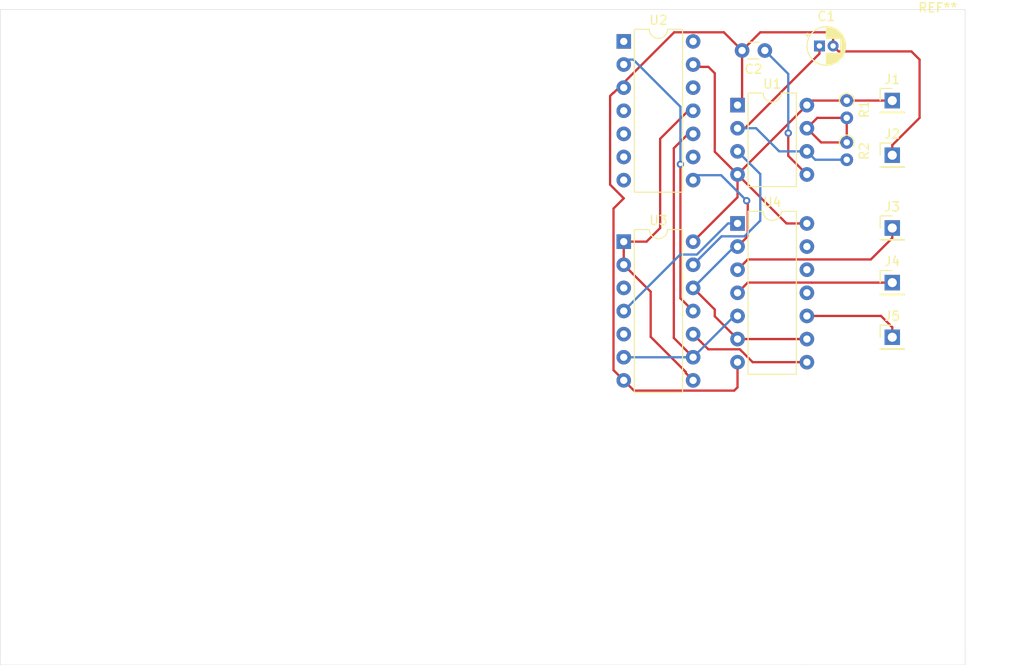
<source format=kicad_pcb>
(kicad_pcb (version 20171130) (host pcbnew 5.1.2)

  (general
    (thickness 1.6)
    (drawings 6)
    (tracks 126)
    (zones 0)
    (modules 14)
    (nets 17)
  )

  (page A4)
  (layers
    (0 F.Cu signal)
    (31 B.Cu signal hide)
    (32 B.Adhes user)
    (33 F.Adhes user)
    (34 B.Paste user)
    (35 F.Paste user)
    (36 B.SilkS user)
    (37 F.SilkS user)
    (38 B.Mask user)
    (39 F.Mask user)
    (40 Dwgs.User user)
    (41 Cmts.User user)
    (42 Eco1.User user)
    (43 Eco2.User user)
    (44 Edge.Cuts user)
    (45 Margin user)
    (46 B.CrtYd user)
    (47 F.CrtYd user)
    (48 B.Fab user)
    (49 F.Fab user)
  )

  (setup
    (last_trace_width 0.25)
    (trace_clearance 0.2)
    (zone_clearance 0.508)
    (zone_45_only no)
    (trace_min 0.2)
    (via_size 0.8)
    (via_drill 0.4)
    (via_min_size 0.4)
    (via_min_drill 0.3)
    (uvia_size 0.3)
    (uvia_drill 0.1)
    (uvias_allowed no)
    (uvia_min_size 0.2)
    (uvia_min_drill 0.1)
    (edge_width 0.05)
    (segment_width 0.2)
    (pcb_text_width 0.3)
    (pcb_text_size 1.5 1.5)
    (mod_edge_width 0.12)
    (mod_text_size 1 1)
    (mod_text_width 0.15)
    (pad_size 1.524 1.524)
    (pad_drill 0.762)
    (pad_to_mask_clearance 0.051)
    (solder_mask_min_width 0.25)
    (aux_axis_origin 0 0)
    (visible_elements FFFFFF7F)
    (pcbplotparams
      (layerselection 0x010fc_ffffffff)
      (usegerberextensions false)
      (usegerberattributes false)
      (usegerberadvancedattributes false)
      (creategerberjobfile false)
      (excludeedgelayer true)
      (linewidth 0.100000)
      (plotframeref false)
      (viasonmask false)
      (mode 1)
      (useauxorigin false)
      (hpglpennumber 1)
      (hpglpenspeed 20)
      (hpglpendiameter 15.000000)
      (psnegative false)
      (psa4output false)
      (plotreference true)
      (plotvalue true)
      (plotinvisibletext false)
      (padsonsilk false)
      (subtractmaskfromsilk false)
      (outputformat 1)
      (mirror false)
      (drillshape 1)
      (scaleselection 1)
      (outputdirectory ""))
  )

  (net 0 "")
  (net 1 GND)
  (net 2 "Net-(C1-Pad1)")
  (net 3 "Net-(C2-Pad1)")
  (net 4 +12V)
  (net 5 /MuxDecoder/A)
  (net 6 /MuxDecoder/B)
  (net 7 /MuxDecoder/C)
  (net 8 "Net-(R1-Pad2)")
  (net 9 /ClockProvider01/Clk)
  (net 10 /7BitCounter/Q0)
  (net 11 /7BitCounter/Q1)
  (net 12 /7BitCounter/Q2)
  (net 13 /MuxDecoder/ClkOut)
  (net 14 "Net-(U3-Pad3)")
  (net 15 "Net-(U3-Pad4)")
  (net 16 "Net-(U3-Pad10)")

  (net_class Default "This is the default net class."
    (clearance 0.2)
    (trace_width 0.25)
    (via_dia 0.8)
    (via_drill 0.4)
    (uvia_dia 0.3)
    (uvia_drill 0.1)
    (add_net +12V)
    (add_net /7BitCounter/Q0)
    (add_net /7BitCounter/Q1)
    (add_net /7BitCounter/Q2)
    (add_net /ClockProvider01/Clk)
    (add_net /MuxDecoder/A)
    (add_net /MuxDecoder/B)
    (add_net /MuxDecoder/C)
    (add_net /MuxDecoder/ClkOut)
    (add_net GND)
    (add_net "Net-(C1-Pad1)")
    (add_net "Net-(C2-Pad1)")
    (add_net "Net-(R1-Pad2)")
    (add_net "Net-(U3-Pad10)")
    (add_net "Net-(U3-Pad3)")
    (add_net "Net-(U3-Pad4)")
  )

  (module MountingHole:MountingHole_2.2mm_M2 (layer F.Cu) (tedit 56D1B4CB) (tstamp 5D135901)
    (at 243 62)
    (descr "Mounting Hole 2.2mm, no annular, M2")
    (tags "mounting hole 2.2mm no annular m2")
    (attr virtual)
    (fp_text reference REF** (at 0 -3.2) (layer F.SilkS)
      (effects (font (size 1 1) (thickness 0.15)))
    )
    (fp_text value MountingHole_2.2mm_M2 (at 0 3.2) (layer F.Fab)
      (effects (font (size 1 1) (thickness 0.15)))
    )
    (fp_circle (center 0 0) (end 2.45 0) (layer F.CrtYd) (width 0.05))
    (fp_circle (center 0 0) (end 2.2 0) (layer Cmts.User) (width 0.15))
    (fp_text user %R (at 0.3 0) (layer F.Fab)
      (effects (font (size 1 1) (thickness 0.15)))
    )
    (pad 1 np_thru_hole circle (at 0 0) (size 2.2 2.2) (drill 2.2) (layers *.Cu *.Mask))
  )

  (module Capacitor_THT:CP_Radial_D4.0mm_P1.50mm (layer F.Cu) (tedit 5AE50EF0) (tstamp 5D1303B0)
    (at 230 63)
    (descr "CP, Radial series, Radial, pin pitch=1.50mm, , diameter=4mm, Electrolytic Capacitor")
    (tags "CP Radial series Radial pin pitch 1.50mm  diameter 4mm Electrolytic Capacitor")
    (path /5D1172DE/5D11ED82)
    (fp_text reference C1 (at 0.75 -3.25) (layer F.SilkS)
      (effects (font (size 1 1) (thickness 0.15)))
    )
    (fp_text value 47uF (at 0.75 3.25) (layer F.Fab)
      (effects (font (size 1 1) (thickness 0.15)))
    )
    (fp_text user %R (at 0.75 0 180) (layer F.Fab)
      (effects (font (size 0.8 0.8) (thickness 0.12)))
    )
    (fp_line (start -1.319801 -1.395) (end -1.319801 -0.995) (layer F.SilkS) (width 0.12))
    (fp_line (start -1.519801 -1.195) (end -1.119801 -1.195) (layer F.SilkS) (width 0.12))
    (fp_line (start 2.831 -0.37) (end 2.831 0.37) (layer F.SilkS) (width 0.12))
    (fp_line (start 2.791 -0.537) (end 2.791 0.537) (layer F.SilkS) (width 0.12))
    (fp_line (start 2.751 -0.664) (end 2.751 0.664) (layer F.SilkS) (width 0.12))
    (fp_line (start 2.711 -0.768) (end 2.711 0.768) (layer F.SilkS) (width 0.12))
    (fp_line (start 2.671 -0.859) (end 2.671 0.859) (layer F.SilkS) (width 0.12))
    (fp_line (start 2.631 -0.94) (end 2.631 0.94) (layer F.SilkS) (width 0.12))
    (fp_line (start 2.591 -1.013) (end 2.591 1.013) (layer F.SilkS) (width 0.12))
    (fp_line (start 2.551 -1.08) (end 2.551 1.08) (layer F.SilkS) (width 0.12))
    (fp_line (start 2.511 -1.142) (end 2.511 1.142) (layer F.SilkS) (width 0.12))
    (fp_line (start 2.471 -1.2) (end 2.471 1.2) (layer F.SilkS) (width 0.12))
    (fp_line (start 2.431 -1.254) (end 2.431 1.254) (layer F.SilkS) (width 0.12))
    (fp_line (start 2.391 -1.304) (end 2.391 1.304) (layer F.SilkS) (width 0.12))
    (fp_line (start 2.351 -1.351) (end 2.351 1.351) (layer F.SilkS) (width 0.12))
    (fp_line (start 2.311 0.84) (end 2.311 1.396) (layer F.SilkS) (width 0.12))
    (fp_line (start 2.311 -1.396) (end 2.311 -0.84) (layer F.SilkS) (width 0.12))
    (fp_line (start 2.271 0.84) (end 2.271 1.438) (layer F.SilkS) (width 0.12))
    (fp_line (start 2.271 -1.438) (end 2.271 -0.84) (layer F.SilkS) (width 0.12))
    (fp_line (start 2.231 0.84) (end 2.231 1.478) (layer F.SilkS) (width 0.12))
    (fp_line (start 2.231 -1.478) (end 2.231 -0.84) (layer F.SilkS) (width 0.12))
    (fp_line (start 2.191 0.84) (end 2.191 1.516) (layer F.SilkS) (width 0.12))
    (fp_line (start 2.191 -1.516) (end 2.191 -0.84) (layer F.SilkS) (width 0.12))
    (fp_line (start 2.151 0.84) (end 2.151 1.552) (layer F.SilkS) (width 0.12))
    (fp_line (start 2.151 -1.552) (end 2.151 -0.84) (layer F.SilkS) (width 0.12))
    (fp_line (start 2.111 0.84) (end 2.111 1.587) (layer F.SilkS) (width 0.12))
    (fp_line (start 2.111 -1.587) (end 2.111 -0.84) (layer F.SilkS) (width 0.12))
    (fp_line (start 2.071 0.84) (end 2.071 1.619) (layer F.SilkS) (width 0.12))
    (fp_line (start 2.071 -1.619) (end 2.071 -0.84) (layer F.SilkS) (width 0.12))
    (fp_line (start 2.031 0.84) (end 2.031 1.65) (layer F.SilkS) (width 0.12))
    (fp_line (start 2.031 -1.65) (end 2.031 -0.84) (layer F.SilkS) (width 0.12))
    (fp_line (start 1.991 0.84) (end 1.991 1.68) (layer F.SilkS) (width 0.12))
    (fp_line (start 1.991 -1.68) (end 1.991 -0.84) (layer F.SilkS) (width 0.12))
    (fp_line (start 1.951 0.84) (end 1.951 1.708) (layer F.SilkS) (width 0.12))
    (fp_line (start 1.951 -1.708) (end 1.951 -0.84) (layer F.SilkS) (width 0.12))
    (fp_line (start 1.911 0.84) (end 1.911 1.735) (layer F.SilkS) (width 0.12))
    (fp_line (start 1.911 -1.735) (end 1.911 -0.84) (layer F.SilkS) (width 0.12))
    (fp_line (start 1.871 0.84) (end 1.871 1.76) (layer F.SilkS) (width 0.12))
    (fp_line (start 1.871 -1.76) (end 1.871 -0.84) (layer F.SilkS) (width 0.12))
    (fp_line (start 1.831 0.84) (end 1.831 1.785) (layer F.SilkS) (width 0.12))
    (fp_line (start 1.831 -1.785) (end 1.831 -0.84) (layer F.SilkS) (width 0.12))
    (fp_line (start 1.791 0.84) (end 1.791 1.808) (layer F.SilkS) (width 0.12))
    (fp_line (start 1.791 -1.808) (end 1.791 -0.84) (layer F.SilkS) (width 0.12))
    (fp_line (start 1.751 0.84) (end 1.751 1.83) (layer F.SilkS) (width 0.12))
    (fp_line (start 1.751 -1.83) (end 1.751 -0.84) (layer F.SilkS) (width 0.12))
    (fp_line (start 1.711 0.84) (end 1.711 1.851) (layer F.SilkS) (width 0.12))
    (fp_line (start 1.711 -1.851) (end 1.711 -0.84) (layer F.SilkS) (width 0.12))
    (fp_line (start 1.671 0.84) (end 1.671 1.87) (layer F.SilkS) (width 0.12))
    (fp_line (start 1.671 -1.87) (end 1.671 -0.84) (layer F.SilkS) (width 0.12))
    (fp_line (start 1.631 0.84) (end 1.631 1.889) (layer F.SilkS) (width 0.12))
    (fp_line (start 1.631 -1.889) (end 1.631 -0.84) (layer F.SilkS) (width 0.12))
    (fp_line (start 1.591 0.84) (end 1.591 1.907) (layer F.SilkS) (width 0.12))
    (fp_line (start 1.591 -1.907) (end 1.591 -0.84) (layer F.SilkS) (width 0.12))
    (fp_line (start 1.551 0.84) (end 1.551 1.924) (layer F.SilkS) (width 0.12))
    (fp_line (start 1.551 -1.924) (end 1.551 -0.84) (layer F.SilkS) (width 0.12))
    (fp_line (start 1.511 0.84) (end 1.511 1.94) (layer F.SilkS) (width 0.12))
    (fp_line (start 1.511 -1.94) (end 1.511 -0.84) (layer F.SilkS) (width 0.12))
    (fp_line (start 1.471 0.84) (end 1.471 1.954) (layer F.SilkS) (width 0.12))
    (fp_line (start 1.471 -1.954) (end 1.471 -0.84) (layer F.SilkS) (width 0.12))
    (fp_line (start 1.43 0.84) (end 1.43 1.968) (layer F.SilkS) (width 0.12))
    (fp_line (start 1.43 -1.968) (end 1.43 -0.84) (layer F.SilkS) (width 0.12))
    (fp_line (start 1.39 0.84) (end 1.39 1.982) (layer F.SilkS) (width 0.12))
    (fp_line (start 1.39 -1.982) (end 1.39 -0.84) (layer F.SilkS) (width 0.12))
    (fp_line (start 1.35 0.84) (end 1.35 1.994) (layer F.SilkS) (width 0.12))
    (fp_line (start 1.35 -1.994) (end 1.35 -0.84) (layer F.SilkS) (width 0.12))
    (fp_line (start 1.31 0.84) (end 1.31 2.005) (layer F.SilkS) (width 0.12))
    (fp_line (start 1.31 -2.005) (end 1.31 -0.84) (layer F.SilkS) (width 0.12))
    (fp_line (start 1.27 0.84) (end 1.27 2.016) (layer F.SilkS) (width 0.12))
    (fp_line (start 1.27 -2.016) (end 1.27 -0.84) (layer F.SilkS) (width 0.12))
    (fp_line (start 1.23 0.84) (end 1.23 2.025) (layer F.SilkS) (width 0.12))
    (fp_line (start 1.23 -2.025) (end 1.23 -0.84) (layer F.SilkS) (width 0.12))
    (fp_line (start 1.19 0.84) (end 1.19 2.034) (layer F.SilkS) (width 0.12))
    (fp_line (start 1.19 -2.034) (end 1.19 -0.84) (layer F.SilkS) (width 0.12))
    (fp_line (start 1.15 0.84) (end 1.15 2.042) (layer F.SilkS) (width 0.12))
    (fp_line (start 1.15 -2.042) (end 1.15 -0.84) (layer F.SilkS) (width 0.12))
    (fp_line (start 1.11 0.84) (end 1.11 2.05) (layer F.SilkS) (width 0.12))
    (fp_line (start 1.11 -2.05) (end 1.11 -0.84) (layer F.SilkS) (width 0.12))
    (fp_line (start 1.07 0.84) (end 1.07 2.056) (layer F.SilkS) (width 0.12))
    (fp_line (start 1.07 -2.056) (end 1.07 -0.84) (layer F.SilkS) (width 0.12))
    (fp_line (start 1.03 0.84) (end 1.03 2.062) (layer F.SilkS) (width 0.12))
    (fp_line (start 1.03 -2.062) (end 1.03 -0.84) (layer F.SilkS) (width 0.12))
    (fp_line (start 0.99 0.84) (end 0.99 2.067) (layer F.SilkS) (width 0.12))
    (fp_line (start 0.99 -2.067) (end 0.99 -0.84) (layer F.SilkS) (width 0.12))
    (fp_line (start 0.95 0.84) (end 0.95 2.071) (layer F.SilkS) (width 0.12))
    (fp_line (start 0.95 -2.071) (end 0.95 -0.84) (layer F.SilkS) (width 0.12))
    (fp_line (start 0.91 0.84) (end 0.91 2.074) (layer F.SilkS) (width 0.12))
    (fp_line (start 0.91 -2.074) (end 0.91 -0.84) (layer F.SilkS) (width 0.12))
    (fp_line (start 0.87 0.84) (end 0.87 2.077) (layer F.SilkS) (width 0.12))
    (fp_line (start 0.87 -2.077) (end 0.87 -0.84) (layer F.SilkS) (width 0.12))
    (fp_line (start 0.83 -2.079) (end 0.83 -0.84) (layer F.SilkS) (width 0.12))
    (fp_line (start 0.83 0.84) (end 0.83 2.079) (layer F.SilkS) (width 0.12))
    (fp_line (start 0.79 -2.08) (end 0.79 -0.84) (layer F.SilkS) (width 0.12))
    (fp_line (start 0.79 0.84) (end 0.79 2.08) (layer F.SilkS) (width 0.12))
    (fp_line (start 0.75 -2.08) (end 0.75 -0.84) (layer F.SilkS) (width 0.12))
    (fp_line (start 0.75 0.84) (end 0.75 2.08) (layer F.SilkS) (width 0.12))
    (fp_line (start -0.752554 -1.0675) (end -0.752554 -0.6675) (layer F.Fab) (width 0.1))
    (fp_line (start -0.952554 -0.8675) (end -0.552554 -0.8675) (layer F.Fab) (width 0.1))
    (fp_circle (center 0.75 0) (end 3 0) (layer F.CrtYd) (width 0.05))
    (fp_circle (center 0.75 0) (end 2.87 0) (layer F.SilkS) (width 0.12))
    (fp_circle (center 0.75 0) (end 2.75 0) (layer F.Fab) (width 0.1))
    (pad 2 thru_hole circle (at 1.5 0) (size 1.2 1.2) (drill 0.6) (layers *.Cu *.Mask)
      (net 1 GND))
    (pad 1 thru_hole rect (at 0 0) (size 1.2 1.2) (drill 0.6) (layers *.Cu *.Mask)
      (net 2 "Net-(C1-Pad1)"))
    (model ${KISYS3DMOD}/Capacitor_THT.3dshapes/CP_Radial_D4.0mm_P1.50mm.wrl
      (at (xyz 0 0 0))
      (scale (xyz 1 1 1))
      (rotate (xyz 0 0 0))
    )
  )

  (module Capacitor_THT:C_Disc_D3.0mm_W1.6mm_P2.50mm (layer F.Cu) (tedit 5AE50EF0) (tstamp 5D132BF1)
    (at 224 63.5 180)
    (descr "C, Disc series, Radial, pin pitch=2.50mm, , diameter*width=3.0*1.6mm^2, Capacitor, http://www.vishay.com/docs/45233/krseries.pdf")
    (tags "C Disc series Radial pin pitch 2.50mm  diameter 3.0mm width 1.6mm Capacitor")
    (path /5D1172DE/5D123DF6)
    (fp_text reference C2 (at 1.25 -2.05 180) (layer F.SilkS)
      (effects (font (size 1 1) (thickness 0.15)))
    )
    (fp_text value 10nf (at 1.25 2.05) (layer F.Fab)
      (effects (font (size 1 1) (thickness 0.15)))
    )
    (fp_text user %R (at 1.25 0) (layer F.Fab)
      (effects (font (size 0.6 0.6) (thickness 0.09)))
    )
    (fp_line (start 3.55 -1.05) (end -1.05 -1.05) (layer F.CrtYd) (width 0.05))
    (fp_line (start 3.55 1.05) (end 3.55 -1.05) (layer F.CrtYd) (width 0.05))
    (fp_line (start -1.05 1.05) (end 3.55 1.05) (layer F.CrtYd) (width 0.05))
    (fp_line (start -1.05 -1.05) (end -1.05 1.05) (layer F.CrtYd) (width 0.05))
    (fp_line (start 0.621 0.92) (end 1.879 0.92) (layer F.SilkS) (width 0.12))
    (fp_line (start 0.621 -0.92) (end 1.879 -0.92) (layer F.SilkS) (width 0.12))
    (fp_line (start 2.75 -0.8) (end -0.25 -0.8) (layer F.Fab) (width 0.1))
    (fp_line (start 2.75 0.8) (end 2.75 -0.8) (layer F.Fab) (width 0.1))
    (fp_line (start -0.25 0.8) (end 2.75 0.8) (layer F.Fab) (width 0.1))
    (fp_line (start -0.25 -0.8) (end -0.25 0.8) (layer F.Fab) (width 0.1))
    (pad 2 thru_hole circle (at 2.5 0 180) (size 1.6 1.6) (drill 0.8) (layers *.Cu *.Mask)
      (net 1 GND))
    (pad 1 thru_hole circle (at 0 0 180) (size 1.6 1.6) (drill 0.8) (layers *.Cu *.Mask)
      (net 3 "Net-(C2-Pad1)"))
    (model ${KISYS3DMOD}/Capacitor_THT.3dshapes/C_Disc_D3.0mm_W1.6mm_P2.50mm.wrl
      (at (xyz 0 0 0))
      (scale (xyz 1 1 1))
      (rotate (xyz 0 0 0))
    )
  )

  (module Package_DIP:DIP-14_W7.62mm (layer F.Cu) (tedit 5A02E8C5) (tstamp 5D1304DE)
    (at 221 82.5)
    (descr "14-lead though-hole mounted DIP package, row spacing 7.62 mm (300 mils)")
    (tags "THT DIP DIL PDIP 2.54mm 7.62mm 300mil")
    (path /5D12D28E/5D12D6C8)
    (fp_text reference U4 (at 3.81 -2.33) (layer F.SilkS)
      (effects (font (size 1 1) (thickness 0.15)))
    )
    (fp_text value NTE4071 (at 3.81 17.57) (layer F.Fab)
      (effects (font (size 1 1) (thickness 0.15)))
    )
    (fp_text user %R (at 3.81 7.62) (layer F.Fab)
      (effects (font (size 1 1) (thickness 0.15)))
    )
    (fp_line (start 8.7 -1.55) (end -1.1 -1.55) (layer F.CrtYd) (width 0.05))
    (fp_line (start 8.7 16.8) (end 8.7 -1.55) (layer F.CrtYd) (width 0.05))
    (fp_line (start -1.1 16.8) (end 8.7 16.8) (layer F.CrtYd) (width 0.05))
    (fp_line (start -1.1 -1.55) (end -1.1 16.8) (layer F.CrtYd) (width 0.05))
    (fp_line (start 6.46 -1.33) (end 4.81 -1.33) (layer F.SilkS) (width 0.12))
    (fp_line (start 6.46 16.57) (end 6.46 -1.33) (layer F.SilkS) (width 0.12))
    (fp_line (start 1.16 16.57) (end 6.46 16.57) (layer F.SilkS) (width 0.12))
    (fp_line (start 1.16 -1.33) (end 1.16 16.57) (layer F.SilkS) (width 0.12))
    (fp_line (start 2.81 -1.33) (end 1.16 -1.33) (layer F.SilkS) (width 0.12))
    (fp_line (start 0.635 -0.27) (end 1.635 -1.27) (layer F.Fab) (width 0.1))
    (fp_line (start 0.635 16.51) (end 0.635 -0.27) (layer F.Fab) (width 0.1))
    (fp_line (start 6.985 16.51) (end 0.635 16.51) (layer F.Fab) (width 0.1))
    (fp_line (start 6.985 -1.27) (end 6.985 16.51) (layer F.Fab) (width 0.1))
    (fp_line (start 1.635 -1.27) (end 6.985 -1.27) (layer F.Fab) (width 0.1))
    (fp_arc (start 3.81 -1.33) (end 2.81 -1.33) (angle -180) (layer F.SilkS) (width 0.12))
    (pad 14 thru_hole oval (at 7.62 0) (size 1.6 1.6) (drill 0.8) (layers *.Cu *.Mask)
      (net 4 +12V))
    (pad 7 thru_hole oval (at 0 15.24) (size 1.6 1.6) (drill 0.8) (layers *.Cu *.Mask)
      (net 1 GND))
    (pad 13 thru_hole oval (at 7.62 2.54) (size 1.6 1.6) (drill 0.8) (layers *.Cu *.Mask))
    (pad 6 thru_hole oval (at 0 12.7) (size 1.6 1.6) (drill 0.8) (layers *.Cu *.Mask)
      (net 12 /7BitCounter/Q2))
    (pad 12 thru_hole oval (at 7.62 5.08) (size 1.6 1.6) (drill 0.8) (layers *.Cu *.Mask))
    (pad 5 thru_hole oval (at 0 10.16) (size 1.6 1.6) (drill 0.8) (layers *.Cu *.Mask)
      (net 11 /7BitCounter/Q1))
    (pad 11 thru_hole oval (at 7.62 7.62) (size 1.6 1.6) (drill 0.8) (layers *.Cu *.Mask))
    (pad 4 thru_hole oval (at 0 7.62) (size 1.6 1.6) (drill 0.8) (layers *.Cu *.Mask)
      (net 6 /MuxDecoder/B))
    (pad 10 thru_hole oval (at 7.62 10.16) (size 1.6 1.6) (drill 0.8) (layers *.Cu *.Mask)
      (net 7 /MuxDecoder/C))
    (pad 3 thru_hole oval (at 0 5.08) (size 1.6 1.6) (drill 0.8) (layers *.Cu *.Mask)
      (net 5 /MuxDecoder/A))
    (pad 9 thru_hole oval (at 7.62 12.7) (size 1.6 1.6) (drill 0.8) (layers *.Cu *.Mask)
      (net 12 /7BitCounter/Q2))
    (pad 2 thru_hole oval (at 0 2.54) (size 1.6 1.6) (drill 0.8) (layers *.Cu *.Mask)
      (net 12 /7BitCounter/Q2))
    (pad 8 thru_hole oval (at 7.62 15.24) (size 1.6 1.6) (drill 0.8) (layers *.Cu *.Mask)
      (net 16 "Net-(U3-Pad10)"))
    (pad 1 thru_hole rect (at 0 0) (size 1.6 1.6) (drill 0.8) (layers *.Cu *.Mask)
      (net 15 "Net-(U3-Pad4)"))
    (model ${KISYS3DMOD}/Package_DIP.3dshapes/DIP-14_W7.62mm.wrl
      (at (xyz 0 0 0))
      (scale (xyz 1 1 1))
      (rotate (xyz 0 0 0))
    )
  )

  (module Package_DIP:DIP-14_W7.62mm (layer F.Cu) (tedit 5A02E8C5) (tstamp 5D1304BC)
    (at 208.5 84.5)
    (descr "14-lead though-hole mounted DIP package, row spacing 7.62 mm (300 mils)")
    (tags "THT DIP DIL PDIP 2.54mm 7.62mm 300mil")
    (path /5D12D28E/5D179497)
    (fp_text reference U3 (at 3.81 -2.33) (layer F.SilkS)
      (effects (font (size 1 1) (thickness 0.15)))
    )
    (fp_text value NTE4001 (at 3.81 17.57) (layer F.Fab)
      (effects (font (size 1 1) (thickness 0.15)))
    )
    (fp_text user %R (at 3.81 7.62) (layer F.Fab)
      (effects (font (size 1 1) (thickness 0.15)))
    )
    (fp_line (start 8.7 -1.55) (end -1.1 -1.55) (layer F.CrtYd) (width 0.05))
    (fp_line (start 8.7 16.8) (end 8.7 -1.55) (layer F.CrtYd) (width 0.05))
    (fp_line (start -1.1 16.8) (end 8.7 16.8) (layer F.CrtYd) (width 0.05))
    (fp_line (start -1.1 -1.55) (end -1.1 16.8) (layer F.CrtYd) (width 0.05))
    (fp_line (start 6.46 -1.33) (end 4.81 -1.33) (layer F.SilkS) (width 0.12))
    (fp_line (start 6.46 16.57) (end 6.46 -1.33) (layer F.SilkS) (width 0.12))
    (fp_line (start 1.16 16.57) (end 6.46 16.57) (layer F.SilkS) (width 0.12))
    (fp_line (start 1.16 -1.33) (end 1.16 16.57) (layer F.SilkS) (width 0.12))
    (fp_line (start 2.81 -1.33) (end 1.16 -1.33) (layer F.SilkS) (width 0.12))
    (fp_line (start 0.635 -0.27) (end 1.635 -1.27) (layer F.Fab) (width 0.1))
    (fp_line (start 0.635 16.51) (end 0.635 -0.27) (layer F.Fab) (width 0.1))
    (fp_line (start 6.985 16.51) (end 0.635 16.51) (layer F.Fab) (width 0.1))
    (fp_line (start 6.985 -1.27) (end 6.985 16.51) (layer F.Fab) (width 0.1))
    (fp_line (start 1.635 -1.27) (end 6.985 -1.27) (layer F.Fab) (width 0.1))
    (fp_arc (start 3.81 -1.33) (end 2.81 -1.33) (angle -180) (layer F.SilkS) (width 0.12))
    (pad 14 thru_hole oval (at 7.62 0) (size 1.6 1.6) (drill 0.8) (layers *.Cu *.Mask)
      (net 4 +12V))
    (pad 7 thru_hole oval (at 0 15.24) (size 1.6 1.6) (drill 0.8) (layers *.Cu *.Mask)
      (net 1 GND))
    (pad 13 thru_hole oval (at 7.62 2.54) (size 1.6 1.6) (drill 0.8) (layers *.Cu *.Mask)
      (net 9 /ClockProvider01/Clk))
    (pad 6 thru_hole oval (at 0 12.7) (size 1.6 1.6) (drill 0.8) (layers *.Cu *.Mask)
      (net 11 /7BitCounter/Q1))
    (pad 12 thru_hole oval (at 7.62 5.08) (size 1.6 1.6) (drill 0.8) (layers *.Cu *.Mask)
      (net 12 /7BitCounter/Q2))
    (pad 5 thru_hole oval (at 0 10.16) (size 1.6 1.6) (drill 0.8) (layers *.Cu *.Mask)
      (net 14 "Net-(U3-Pad3)"))
    (pad 11 thru_hole oval (at 7.62 7.62) (size 1.6 1.6) (drill 0.8) (layers *.Cu *.Mask)
      (net 13 /MuxDecoder/ClkOut))
    (pad 4 thru_hole oval (at 0 7.62) (size 1.6 1.6) (drill 0.8) (layers *.Cu *.Mask)
      (net 15 "Net-(U3-Pad4)"))
    (pad 10 thru_hole oval (at 7.62 10.16) (size 1.6 1.6) (drill 0.8) (layers *.Cu *.Mask)
      (net 16 "Net-(U3-Pad10)"))
    (pad 3 thru_hole oval (at 0 5.08) (size 1.6 1.6) (drill 0.8) (layers *.Cu *.Mask)
      (net 14 "Net-(U3-Pad3)"))
    (pad 9 thru_hole oval (at 7.62 12.7) (size 1.6 1.6) (drill 0.8) (layers *.Cu *.Mask)
      (net 11 /7BitCounter/Q1))
    (pad 2 thru_hole oval (at 0 2.54) (size 1.6 1.6) (drill 0.8) (layers *.Cu *.Mask)
      (net 10 /7BitCounter/Q0))
    (pad 8 thru_hole oval (at 7.62 15.24) (size 1.6 1.6) (drill 0.8) (layers *.Cu *.Mask)
      (net 10 /7BitCounter/Q0))
    (pad 1 thru_hole rect (at 0 0) (size 1.6 1.6) (drill 0.8) (layers *.Cu *.Mask)
      (net 10 /7BitCounter/Q0))
    (model ${KISYS3DMOD}/Package_DIP.3dshapes/DIP-14_W7.62mm.wrl
      (at (xyz 0 0 0))
      (scale (xyz 1 1 1))
      (rotate (xyz 0 0 0))
    )
  )

  (module Package_DIP:DIP-14_W7.62mm (layer F.Cu) (tedit 5A02E8C5) (tstamp 5D135FAD)
    (at 208.5 62.5)
    (descr "14-lead though-hole mounted DIP package, row spacing 7.62 mm (300 mils)")
    (tags "THT DIP DIL PDIP 2.54mm 7.62mm 300mil")
    (path /5D12D5A5/5D12D7CF)
    (fp_text reference U2 (at 3.81 -2.33) (layer F.SilkS)
      (effects (font (size 1 1) (thickness 0.15)))
    )
    (fp_text value NTE4024 (at 3.81 17.57) (layer F.Fab)
      (effects (font (size 1 1) (thickness 0.15)))
    )
    (fp_text user %R (at 3.81 7.62) (layer F.Fab)
      (effects (font (size 1 1) (thickness 0.15)))
    )
    (fp_line (start 8.7 -1.55) (end -1.1 -1.55) (layer F.CrtYd) (width 0.05))
    (fp_line (start 8.7 16.8) (end 8.7 -1.55) (layer F.CrtYd) (width 0.05))
    (fp_line (start -1.1 16.8) (end 8.7 16.8) (layer F.CrtYd) (width 0.05))
    (fp_line (start -1.1 -1.55) (end -1.1 16.8) (layer F.CrtYd) (width 0.05))
    (fp_line (start 6.46 -1.33) (end 4.81 -1.33) (layer F.SilkS) (width 0.12))
    (fp_line (start 6.46 16.57) (end 6.46 -1.33) (layer F.SilkS) (width 0.12))
    (fp_line (start 1.16 16.57) (end 6.46 16.57) (layer F.SilkS) (width 0.12))
    (fp_line (start 1.16 -1.33) (end 1.16 16.57) (layer F.SilkS) (width 0.12))
    (fp_line (start 2.81 -1.33) (end 1.16 -1.33) (layer F.SilkS) (width 0.12))
    (fp_line (start 0.635 -0.27) (end 1.635 -1.27) (layer F.Fab) (width 0.1))
    (fp_line (start 0.635 16.51) (end 0.635 -0.27) (layer F.Fab) (width 0.1))
    (fp_line (start 6.985 16.51) (end 0.635 16.51) (layer F.Fab) (width 0.1))
    (fp_line (start 6.985 -1.27) (end 6.985 16.51) (layer F.Fab) (width 0.1))
    (fp_line (start 1.635 -1.27) (end 6.985 -1.27) (layer F.Fab) (width 0.1))
    (fp_arc (start 3.81 -1.33) (end 2.81 -1.33) (angle -180) (layer F.SilkS) (width 0.12))
    (pad 14 thru_hole oval (at 7.62 0) (size 1.6 1.6) (drill 0.8) (layers *.Cu *.Mask)
      (net 4 +12V))
    (pad 7 thru_hole oval (at 0 15.24) (size 1.6 1.6) (drill 0.8) (layers *.Cu *.Mask)
      (net 1 GND))
    (pad 13 thru_hole oval (at 7.62 2.54) (size 1.6 1.6) (drill 0.8) (layers *.Cu *.Mask))
    (pad 6 thru_hole oval (at 0 12.7) (size 1.6 1.6) (drill 0.8) (layers *.Cu *.Mask))
    (pad 12 thru_hole oval (at 7.62 5.08) (size 1.6 1.6) (drill 0.8) (layers *.Cu *.Mask)
      (net 10 /7BitCounter/Q0))
    (pad 5 thru_hole oval (at 0 10.16) (size 1.6 1.6) (drill 0.8) (layers *.Cu *.Mask))
    (pad 11 thru_hole oval (at 7.62 7.62) (size 1.6 1.6) (drill 0.8) (layers *.Cu *.Mask)
      (net 11 /7BitCounter/Q1))
    (pad 4 thru_hole oval (at 0 7.62) (size 1.6 1.6) (drill 0.8) (layers *.Cu *.Mask))
    (pad 10 thru_hole oval (at 7.62 10.16) (size 1.6 1.6) (drill 0.8) (layers *.Cu *.Mask))
    (pad 3 thru_hole oval (at 0 5.08) (size 1.6 1.6) (drill 0.8) (layers *.Cu *.Mask))
    (pad 9 thru_hole oval (at 7.62 12.7) (size 1.6 1.6) (drill 0.8) (layers *.Cu *.Mask)
      (net 12 /7BitCounter/Q2))
    (pad 2 thru_hole oval (at 0 2.54) (size 1.6 1.6) (drill 0.8) (layers *.Cu *.Mask)
      (net 1 GND))
    (pad 8 thru_hole oval (at 7.62 15.24) (size 1.6 1.6) (drill 0.8) (layers *.Cu *.Mask))
    (pad 1 thru_hole rect (at 0 0) (size 1.6 1.6) (drill 0.8) (layers *.Cu *.Mask)
      (net 13 /MuxDecoder/ClkOut))
    (model ${KISYS3DMOD}/Package_DIP.3dshapes/DIP-14_W7.62mm.wrl
      (at (xyz 0 0 0))
      (scale (xyz 1 1 1))
      (rotate (xyz 0 0 0))
    )
  )

  (module Package_DIP:DIP-8_W7.62mm (layer F.Cu) (tedit 5A02E8C5) (tstamp 5D130478)
    (at 221 69.5)
    (descr "8-lead though-hole mounted DIP package, row spacing 7.62 mm (300 mils)")
    (tags "THT DIP DIL PDIP 2.54mm 7.62mm 300mil")
    (path /5D1172DE/5D11741A)
    (fp_text reference U1 (at 3.81 -2.33) (layer F.SilkS)
      (effects (font (size 1 1) (thickness 0.15)))
    )
    (fp_text value LM555 (at 3.81 9.95) (layer F.Fab)
      (effects (font (size 1 1) (thickness 0.15)))
    )
    (fp_text user %R (at 3.81 3.81) (layer F.Fab)
      (effects (font (size 1 1) (thickness 0.15)))
    )
    (fp_line (start 8.7 -1.55) (end -1.1 -1.55) (layer F.CrtYd) (width 0.05))
    (fp_line (start 8.7 9.15) (end 8.7 -1.55) (layer F.CrtYd) (width 0.05))
    (fp_line (start -1.1 9.15) (end 8.7 9.15) (layer F.CrtYd) (width 0.05))
    (fp_line (start -1.1 -1.55) (end -1.1 9.15) (layer F.CrtYd) (width 0.05))
    (fp_line (start 6.46 -1.33) (end 4.81 -1.33) (layer F.SilkS) (width 0.12))
    (fp_line (start 6.46 8.95) (end 6.46 -1.33) (layer F.SilkS) (width 0.12))
    (fp_line (start 1.16 8.95) (end 6.46 8.95) (layer F.SilkS) (width 0.12))
    (fp_line (start 1.16 -1.33) (end 1.16 8.95) (layer F.SilkS) (width 0.12))
    (fp_line (start 2.81 -1.33) (end 1.16 -1.33) (layer F.SilkS) (width 0.12))
    (fp_line (start 0.635 -0.27) (end 1.635 -1.27) (layer F.Fab) (width 0.1))
    (fp_line (start 0.635 8.89) (end 0.635 -0.27) (layer F.Fab) (width 0.1))
    (fp_line (start 6.985 8.89) (end 0.635 8.89) (layer F.Fab) (width 0.1))
    (fp_line (start 6.985 -1.27) (end 6.985 8.89) (layer F.Fab) (width 0.1))
    (fp_line (start 1.635 -1.27) (end 6.985 -1.27) (layer F.Fab) (width 0.1))
    (fp_arc (start 3.81 -1.33) (end 2.81 -1.33) (angle -180) (layer F.SilkS) (width 0.12))
    (pad 8 thru_hole oval (at 7.62 0) (size 1.6 1.6) (drill 0.8) (layers *.Cu *.Mask)
      (net 4 +12V))
    (pad 4 thru_hole oval (at 0 7.62) (size 1.6 1.6) (drill 0.8) (layers *.Cu *.Mask)
      (net 4 +12V))
    (pad 7 thru_hole oval (at 7.62 2.54) (size 1.6 1.6) (drill 0.8) (layers *.Cu *.Mask)
      (net 8 "Net-(R1-Pad2)"))
    (pad 3 thru_hole oval (at 0 5.08) (size 1.6 1.6) (drill 0.8) (layers *.Cu *.Mask)
      (net 9 /ClockProvider01/Clk))
    (pad 6 thru_hole oval (at 7.62 5.08) (size 1.6 1.6) (drill 0.8) (layers *.Cu *.Mask)
      (net 2 "Net-(C1-Pad1)"))
    (pad 2 thru_hole oval (at 0 2.54) (size 1.6 1.6) (drill 0.8) (layers *.Cu *.Mask)
      (net 2 "Net-(C1-Pad1)"))
    (pad 5 thru_hole oval (at 7.62 7.62) (size 1.6 1.6) (drill 0.8) (layers *.Cu *.Mask)
      (net 3 "Net-(C2-Pad1)"))
    (pad 1 thru_hole rect (at 0 0) (size 1.6 1.6) (drill 0.8) (layers *.Cu *.Mask)
      (net 1 GND))
    (model ${KISYS3DMOD}/Package_DIP.3dshapes/DIP-8_W7.62mm.wrl
      (at (xyz 0 0 0))
      (scale (xyz 1 1 1))
      (rotate (xyz 0 0 0))
    )
  )

  (module Resistor_THT:R_Axial_DIN0204_L3.6mm_D1.6mm_P1.90mm_Vertical (layer F.Cu) (tedit 5AE5139B) (tstamp 5D13045C)
    (at 233 73.6 270)
    (descr "Resistor, Axial_DIN0204 series, Axial, Vertical, pin pitch=1.9mm, 0.167W, length*diameter=3.6*1.6mm^2, http://cdn-reichelt.de/documents/datenblatt/B400/1_4W%23YAG.pdf")
    (tags "Resistor Axial_DIN0204 series Axial Vertical pin pitch 1.9mm 0.167W length 3.6mm diameter 1.6mm")
    (path /5D1172DE/5D11E372)
    (fp_text reference R2 (at 0.95 -1.92 90) (layer F.SilkS)
      (effects (font (size 1 1) (thickness 0.15)))
    )
    (fp_text value 5k (at 0.95 1.92 90) (layer F.Fab)
      (effects (font (size 1 1) (thickness 0.15)))
    )
    (fp_text user %R (at 0.95 -1.92 90) (layer F.Fab)
      (effects (font (size 1 1) (thickness 0.15)))
    )
    (fp_line (start 2.86 -1.05) (end -1.05 -1.05) (layer F.CrtYd) (width 0.05))
    (fp_line (start 2.86 1.05) (end 2.86 -1.05) (layer F.CrtYd) (width 0.05))
    (fp_line (start -1.05 1.05) (end 2.86 1.05) (layer F.CrtYd) (width 0.05))
    (fp_line (start -1.05 -1.05) (end -1.05 1.05) (layer F.CrtYd) (width 0.05))
    (fp_line (start 0 0) (end 1.9 0) (layer F.Fab) (width 0.1))
    (fp_circle (center 0 0) (end 0.8 0) (layer F.Fab) (width 0.1))
    (fp_arc (start 0 0) (end 0.417133 -0.7) (angle -233.92106) (layer F.SilkS) (width 0.12))
    (pad 2 thru_hole oval (at 1.9 0 270) (size 1.4 1.4) (drill 0.7) (layers *.Cu *.Mask)
      (net 2 "Net-(C1-Pad1)"))
    (pad 1 thru_hole circle (at 0 0 270) (size 1.4 1.4) (drill 0.7) (layers *.Cu *.Mask)
      (net 8 "Net-(R1-Pad2)"))
    (model ${KISYS3DMOD}/Resistor_THT.3dshapes/R_Axial_DIN0204_L3.6mm_D1.6mm_P1.90mm_Vertical.wrl
      (at (xyz 0 0 0))
      (scale (xyz 1 1 1))
      (rotate (xyz 0 0 0))
    )
  )

  (module Resistor_THT:R_Axial_DIN0204_L3.6mm_D1.6mm_P1.90mm_Vertical (layer F.Cu) (tedit 5AE5139B) (tstamp 5D1316D1)
    (at 233 69 270)
    (descr "Resistor, Axial_DIN0204 series, Axial, Vertical, pin pitch=1.9mm, 0.167W, length*diameter=3.6*1.6mm^2, http://cdn-reichelt.de/documents/datenblatt/B400/1_4W%23YAG.pdf")
    (tags "Resistor Axial_DIN0204 series Axial Vertical pin pitch 1.9mm 0.167W length 3.6mm diameter 1.6mm")
    (path /5D1172DE/5D11EC6B)
    (fp_text reference R1 (at 0.95 -1.92 90) (layer F.SilkS)
      (effects (font (size 1 1) (thickness 0.15)))
    )
    (fp_text value 10k (at 0.95 1.92 90) (layer F.Fab)
      (effects (font (size 1 1) (thickness 0.15)))
    )
    (fp_text user %R (at 0.95 -1.92 90) (layer F.Fab)
      (effects (font (size 1 1) (thickness 0.15)))
    )
    (fp_line (start 2.86 -1.05) (end -1.05 -1.05) (layer F.CrtYd) (width 0.05))
    (fp_line (start 2.86 1.05) (end 2.86 -1.05) (layer F.CrtYd) (width 0.05))
    (fp_line (start -1.05 1.05) (end 2.86 1.05) (layer F.CrtYd) (width 0.05))
    (fp_line (start -1.05 -1.05) (end -1.05 1.05) (layer F.CrtYd) (width 0.05))
    (fp_line (start 0 0) (end 1.9 0) (layer F.Fab) (width 0.1))
    (fp_circle (center 0 0) (end 0.8 0) (layer F.Fab) (width 0.1))
    (fp_arc (start 0 0) (end 0.417133 -0.7) (angle -233.92106) (layer F.SilkS) (width 0.12))
    (pad 2 thru_hole oval (at 1.9 0 270) (size 1.4 1.4) (drill 0.7) (layers *.Cu *.Mask)
      (net 8 "Net-(R1-Pad2)"))
    (pad 1 thru_hole circle (at 0 0 270) (size 1.4 1.4) (drill 0.7) (layers *.Cu *.Mask)
      (net 4 +12V))
    (model ${KISYS3DMOD}/Resistor_THT.3dshapes/R_Axial_DIN0204_L3.6mm_D1.6mm_P1.90mm_Vertical.wrl
      (at (xyz 0 0 0))
      (scale (xyz 1 1 1))
      (rotate (xyz 0 0 0))
    )
  )

  (module Connector_PinHeader_2.54mm:PinHeader_1x01_P2.54mm_Vertical (layer F.Cu) (tedit 59FED5CC) (tstamp 5D135964)
    (at 238 95)
    (descr "Through hole straight pin header, 1x01, 2.54mm pitch, single row")
    (tags "Through hole pin header THT 1x01 2.54mm single row")
    (path /5D1464E8)
    (fp_text reference J5 (at 0 -2.33) (layer F.SilkS)
      (effects (font (size 1 1) (thickness 0.15)))
    )
    (fp_text value Conn_01x01 (at 0 2.33) (layer F.Fab)
      (effects (font (size 1 1) (thickness 0.15)))
    )
    (fp_text user %R (at 0 0 90) (layer F.Fab)
      (effects (font (size 1 1) (thickness 0.15)))
    )
    (fp_line (start 1.8 -1.8) (end -1.8 -1.8) (layer F.CrtYd) (width 0.05))
    (fp_line (start 1.8 1.8) (end 1.8 -1.8) (layer F.CrtYd) (width 0.05))
    (fp_line (start -1.8 1.8) (end 1.8 1.8) (layer F.CrtYd) (width 0.05))
    (fp_line (start -1.8 -1.8) (end -1.8 1.8) (layer F.CrtYd) (width 0.05))
    (fp_line (start -1.33 -1.33) (end 0 -1.33) (layer F.SilkS) (width 0.12))
    (fp_line (start -1.33 0) (end -1.33 -1.33) (layer F.SilkS) (width 0.12))
    (fp_line (start -1.33 1.27) (end 1.33 1.27) (layer F.SilkS) (width 0.12))
    (fp_line (start 1.33 1.27) (end 1.33 1.33) (layer F.SilkS) (width 0.12))
    (fp_line (start -1.33 1.27) (end -1.33 1.33) (layer F.SilkS) (width 0.12))
    (fp_line (start -1.33 1.33) (end 1.33 1.33) (layer F.SilkS) (width 0.12))
    (fp_line (start -1.27 -0.635) (end -0.635 -1.27) (layer F.Fab) (width 0.1))
    (fp_line (start -1.27 1.27) (end -1.27 -0.635) (layer F.Fab) (width 0.1))
    (fp_line (start 1.27 1.27) (end -1.27 1.27) (layer F.Fab) (width 0.1))
    (fp_line (start 1.27 -1.27) (end 1.27 1.27) (layer F.Fab) (width 0.1))
    (fp_line (start -0.635 -1.27) (end 1.27 -1.27) (layer F.Fab) (width 0.1))
    (pad 1 thru_hole rect (at 0 0) (size 1.7 1.7) (drill 1) (layers *.Cu *.Mask)
      (net 7 /MuxDecoder/C))
    (model ${KISYS3DMOD}/Connector_PinHeader_2.54mm.3dshapes/PinHeader_1x01_P2.54mm_Vertical.wrl
      (at (xyz 0 0 0))
      (scale (xyz 1 1 1))
      (rotate (xyz 0 0 0))
    )
  )

  (module Connector_PinHeader_2.54mm:PinHeader_1x01_P2.54mm_Vertical (layer F.Cu) (tedit 59FED5CC) (tstamp 5D13042B)
    (at 238 89)
    (descr "Through hole straight pin header, 1x01, 2.54mm pitch, single row")
    (tags "Through hole pin header THT 1x01 2.54mm single row")
    (path /5D146214)
    (fp_text reference J4 (at 0 -2.33) (layer F.SilkS)
      (effects (font (size 1 1) (thickness 0.15)))
    )
    (fp_text value Conn_01x01 (at 0 2.33) (layer F.Fab)
      (effects (font (size 1 1) (thickness 0.15)))
    )
    (fp_text user %R (at 0 0 90) (layer F.Fab)
      (effects (font (size 1 1) (thickness 0.15)))
    )
    (fp_line (start 1.8 -1.8) (end -1.8 -1.8) (layer F.CrtYd) (width 0.05))
    (fp_line (start 1.8 1.8) (end 1.8 -1.8) (layer F.CrtYd) (width 0.05))
    (fp_line (start -1.8 1.8) (end 1.8 1.8) (layer F.CrtYd) (width 0.05))
    (fp_line (start -1.8 -1.8) (end -1.8 1.8) (layer F.CrtYd) (width 0.05))
    (fp_line (start -1.33 -1.33) (end 0 -1.33) (layer F.SilkS) (width 0.12))
    (fp_line (start -1.33 0) (end -1.33 -1.33) (layer F.SilkS) (width 0.12))
    (fp_line (start -1.33 1.27) (end 1.33 1.27) (layer F.SilkS) (width 0.12))
    (fp_line (start 1.33 1.27) (end 1.33 1.33) (layer F.SilkS) (width 0.12))
    (fp_line (start -1.33 1.27) (end -1.33 1.33) (layer F.SilkS) (width 0.12))
    (fp_line (start -1.33 1.33) (end 1.33 1.33) (layer F.SilkS) (width 0.12))
    (fp_line (start -1.27 -0.635) (end -0.635 -1.27) (layer F.Fab) (width 0.1))
    (fp_line (start -1.27 1.27) (end -1.27 -0.635) (layer F.Fab) (width 0.1))
    (fp_line (start 1.27 1.27) (end -1.27 1.27) (layer F.Fab) (width 0.1))
    (fp_line (start 1.27 -1.27) (end 1.27 1.27) (layer F.Fab) (width 0.1))
    (fp_line (start -0.635 -1.27) (end 1.27 -1.27) (layer F.Fab) (width 0.1))
    (pad 1 thru_hole rect (at 0 0) (size 1.7 1.7) (drill 1) (layers *.Cu *.Mask)
      (net 6 /MuxDecoder/B))
    (model ${KISYS3DMOD}/Connector_PinHeader_2.54mm.3dshapes/PinHeader_1x01_P2.54mm_Vertical.wrl
      (at (xyz 0 0 0))
      (scale (xyz 1 1 1))
      (rotate (xyz 0 0 0))
    )
  )

  (module Connector_PinHeader_2.54mm:PinHeader_1x01_P2.54mm_Vertical (layer F.Cu) (tedit 59FED5CC) (tstamp 5D135B61)
    (at 238 83)
    (descr "Through hole straight pin header, 1x01, 2.54mm pitch, single row")
    (tags "Through hole pin header THT 1x01 2.54mm single row")
    (path /5D145A5E)
    (fp_text reference J3 (at 0 -2.33) (layer F.SilkS)
      (effects (font (size 1 1) (thickness 0.15)))
    )
    (fp_text value Conn_01x01 (at 0 2.33) (layer F.Fab)
      (effects (font (size 1 1) (thickness 0.15)))
    )
    (fp_text user %R (at 0 0 90) (layer F.Fab)
      (effects (font (size 1 1) (thickness 0.15)))
    )
    (fp_line (start 1.8 -1.8) (end -1.8 -1.8) (layer F.CrtYd) (width 0.05))
    (fp_line (start 1.8 1.8) (end 1.8 -1.8) (layer F.CrtYd) (width 0.05))
    (fp_line (start -1.8 1.8) (end 1.8 1.8) (layer F.CrtYd) (width 0.05))
    (fp_line (start -1.8 -1.8) (end -1.8 1.8) (layer F.CrtYd) (width 0.05))
    (fp_line (start -1.33 -1.33) (end 0 -1.33) (layer F.SilkS) (width 0.12))
    (fp_line (start -1.33 0) (end -1.33 -1.33) (layer F.SilkS) (width 0.12))
    (fp_line (start -1.33 1.27) (end 1.33 1.27) (layer F.SilkS) (width 0.12))
    (fp_line (start 1.33 1.27) (end 1.33 1.33) (layer F.SilkS) (width 0.12))
    (fp_line (start -1.33 1.27) (end -1.33 1.33) (layer F.SilkS) (width 0.12))
    (fp_line (start -1.33 1.33) (end 1.33 1.33) (layer F.SilkS) (width 0.12))
    (fp_line (start -1.27 -0.635) (end -0.635 -1.27) (layer F.Fab) (width 0.1))
    (fp_line (start -1.27 1.27) (end -1.27 -0.635) (layer F.Fab) (width 0.1))
    (fp_line (start 1.27 1.27) (end -1.27 1.27) (layer F.Fab) (width 0.1))
    (fp_line (start 1.27 -1.27) (end 1.27 1.27) (layer F.Fab) (width 0.1))
    (fp_line (start -0.635 -1.27) (end 1.27 -1.27) (layer F.Fab) (width 0.1))
    (pad 1 thru_hole rect (at 0 0) (size 1.7 1.7) (drill 1) (layers *.Cu *.Mask)
      (net 5 /MuxDecoder/A))
    (model ${KISYS3DMOD}/Connector_PinHeader_2.54mm.3dshapes/PinHeader_1x01_P2.54mm_Vertical.wrl
      (at (xyz 0 0 0))
      (scale (xyz 1 1 1))
      (rotate (xyz 0 0 0))
    )
  )

  (module Connector_PinHeader_2.54mm:PinHeader_1x01_P2.54mm_Vertical (layer F.Cu) (tedit 59FED5CC) (tstamp 5D1328A4)
    (at 238 75)
    (descr "Through hole straight pin header, 1x01, 2.54mm pitch, single row")
    (tags "Through hole pin header THT 1x01 2.54mm single row")
    (path /5D14070D)
    (fp_text reference J2 (at 0 -2.33) (layer F.SilkS)
      (effects (font (size 1 1) (thickness 0.15)))
    )
    (fp_text value Conn_01x01 (at 0 2.33) (layer F.Fab)
      (effects (font (size 1 1) (thickness 0.15)))
    )
    (fp_text user %R (at 0 0 90) (layer F.Fab)
      (effects (font (size 1 1) (thickness 0.15)))
    )
    (fp_line (start 1.8 -1.8) (end -1.8 -1.8) (layer F.CrtYd) (width 0.05))
    (fp_line (start 1.8 1.8) (end 1.8 -1.8) (layer F.CrtYd) (width 0.05))
    (fp_line (start -1.8 1.8) (end 1.8 1.8) (layer F.CrtYd) (width 0.05))
    (fp_line (start -1.8 -1.8) (end -1.8 1.8) (layer F.CrtYd) (width 0.05))
    (fp_line (start -1.33 -1.33) (end 0 -1.33) (layer F.SilkS) (width 0.12))
    (fp_line (start -1.33 0) (end -1.33 -1.33) (layer F.SilkS) (width 0.12))
    (fp_line (start -1.33 1.27) (end 1.33 1.27) (layer F.SilkS) (width 0.12))
    (fp_line (start 1.33 1.27) (end 1.33 1.33) (layer F.SilkS) (width 0.12))
    (fp_line (start -1.33 1.27) (end -1.33 1.33) (layer F.SilkS) (width 0.12))
    (fp_line (start -1.33 1.33) (end 1.33 1.33) (layer F.SilkS) (width 0.12))
    (fp_line (start -1.27 -0.635) (end -0.635 -1.27) (layer F.Fab) (width 0.1))
    (fp_line (start -1.27 1.27) (end -1.27 -0.635) (layer F.Fab) (width 0.1))
    (fp_line (start 1.27 1.27) (end -1.27 1.27) (layer F.Fab) (width 0.1))
    (fp_line (start 1.27 -1.27) (end 1.27 1.27) (layer F.Fab) (width 0.1))
    (fp_line (start -0.635 -1.27) (end 1.27 -1.27) (layer F.Fab) (width 0.1))
    (pad 1 thru_hole rect (at 0 0) (size 1.7 1.7) (drill 1) (layers *.Cu *.Mask)
      (net 1 GND))
    (model ${KISYS3DMOD}/Connector_PinHeader_2.54mm.3dshapes/PinHeader_1x01_P2.54mm_Vertical.wrl
      (at (xyz 0 0 0))
      (scale (xyz 1 1 1))
      (rotate (xyz 0 0 0))
    )
  )

  (module Connector_PinHeader_2.54mm:PinHeader_1x01_P2.54mm_Vertical (layer F.Cu) (tedit 59FED5CC) (tstamp 5D13283E)
    (at 238 69)
    (descr "Through hole straight pin header, 1x01, 2.54mm pitch, single row")
    (tags "Through hole pin header THT 1x01 2.54mm single row")
    (path /5D13F6A9)
    (fp_text reference J1 (at 0 -2.33) (layer F.SilkS)
      (effects (font (size 1 1) (thickness 0.15)))
    )
    (fp_text value Conn_01x01 (at 0 2.33) (layer F.Fab)
      (effects (font (size 1 1) (thickness 0.15)))
    )
    (fp_text user %R (at 0 0 90) (layer F.Fab)
      (effects (font (size 1 1) (thickness 0.15)))
    )
    (fp_line (start 1.8 -1.8) (end -1.8 -1.8) (layer F.CrtYd) (width 0.05))
    (fp_line (start 1.8 1.8) (end 1.8 -1.8) (layer F.CrtYd) (width 0.05))
    (fp_line (start -1.8 1.8) (end 1.8 1.8) (layer F.CrtYd) (width 0.05))
    (fp_line (start -1.8 -1.8) (end -1.8 1.8) (layer F.CrtYd) (width 0.05))
    (fp_line (start -1.33 -1.33) (end 0 -1.33) (layer F.SilkS) (width 0.12))
    (fp_line (start -1.33 0) (end -1.33 -1.33) (layer F.SilkS) (width 0.12))
    (fp_line (start -1.33 1.27) (end 1.33 1.27) (layer F.SilkS) (width 0.12))
    (fp_line (start 1.33 1.27) (end 1.33 1.33) (layer F.SilkS) (width 0.12))
    (fp_line (start -1.33 1.27) (end -1.33 1.33) (layer F.SilkS) (width 0.12))
    (fp_line (start -1.33 1.33) (end 1.33 1.33) (layer F.SilkS) (width 0.12))
    (fp_line (start -1.27 -0.635) (end -0.635 -1.27) (layer F.Fab) (width 0.1))
    (fp_line (start -1.27 1.27) (end -1.27 -0.635) (layer F.Fab) (width 0.1))
    (fp_line (start 1.27 1.27) (end -1.27 1.27) (layer F.Fab) (width 0.1))
    (fp_line (start 1.27 -1.27) (end 1.27 1.27) (layer F.Fab) (width 0.1))
    (fp_line (start -0.635 -1.27) (end 1.27 -1.27) (layer F.Fab) (width 0.1))
    (pad 1 thru_hole rect (at 0 0) (size 1.7 1.7) (drill 1) (layers *.Cu *.Mask)
      (net 4 +12V))
    (model ${KISYS3DMOD}/Connector_PinHeader_2.54mm.3dshapes/PinHeader_1x01_P2.54mm_Vertical.wrl
      (at (xyz 0 0 0))
      (scale (xyz 1 1 1))
      (rotate (xyz 0 0 0))
    )
  )

  (gr_line (start 246 131) (end 228 131) (layer Edge.Cuts) (width 0.05) (tstamp 5D1327A7))
  (gr_line (start 246 130) (end 246 131) (layer Edge.Cuts) (width 0.05))
  (gr_line (start 246 59) (end 246 130) (layer Edge.Cuts) (width 0.05))
  (gr_line (start 140 59) (end 246 59) (layer Edge.Cuts) (width 0.05))
  (gr_line (start 140 131) (end 140 59) (layer Edge.Cuts) (width 0.05))
  (gr_line (start 228 131) (end 140 131) (layer Edge.Cuts) (width 0.05))

  (segment (start 238 73.9) (end 241 70.9) (width 0.25) (layer F.Cu) (net 1))
  (segment (start 238 75) (end 238 73.9) (width 0.25) (layer F.Cu) (net 1))
  (segment (start 241 70.9) (end 241 64.5) (width 0.25) (layer F.Cu) (net 1))
  (segment (start 232.099999 63.599999) (end 240.099999 63.599999) (width 0.25) (layer F.Cu) (net 1))
  (segment (start 231.5 63) (end 232.099999 63.599999) (width 0.25) (layer F.Cu) (net 1))
  (segment (start 240.099999 63.599999) (end 241 64.5) (width 0.25) (layer F.Cu) (net 1))
  (segment (start 231.5 62.151472) (end 230.848528 61.5) (width 0.25) (layer F.Cu) (net 1))
  (segment (start 231.5 63) (end 231.5 62.151472) (width 0.25) (layer F.Cu) (net 1))
  (segment (start 223.5 61.5) (end 221.5 63.5) (width 0.25) (layer F.Cu) (net 1))
  (segment (start 230.848528 61.5) (end 223.5 61.5) (width 0.25) (layer F.Cu) (net 1))
  (segment (start 221.5 69) (end 221 69.5) (width 0.25) (layer F.Cu) (net 1))
  (segment (start 221.5 63.5) (end 221.5 69) (width 0.25) (layer F.Cu) (net 1))
  (segment (start 214.04 61.5) (end 209.299999 66.240001) (width 0.25) (layer F.Cu) (net 1))
  (segment (start 209.299999 66.240001) (end 208.5 67.04) (width 0.25) (layer F.Cu) (net 1))
  (segment (start 219.5 61.5) (end 214.04 61.5) (width 0.25) (layer F.Cu) (net 1))
  (segment (start 221.5 63.5) (end 219.5 61.5) (width 0.25) (layer F.Cu) (net 1))
  (segment (start 207.374999 68.165001) (end 207.334999 68.165001) (width 0.25) (layer F.Cu) (net 1))
  (segment (start 208.5 67.04) (end 207.374999 68.165001) (width 0.25) (layer F.Cu) (net 1))
  (segment (start 207.334999 68.165001) (end 207 68.5) (width 0.25) (layer F.Cu) (net 1))
  (segment (start 207 78.24) (end 208.5 79.74) (width 0.25) (layer F.Cu) (net 1))
  (segment (start 207 68.5) (end 207 78.24) (width 0.25) (layer F.Cu) (net 1))
  (segment (start 207.374999 98.614999) (end 208.5 99.74) (width 0.25) (layer F.Cu) (net 1))
  (segment (start 208.5 79.74) (end 207.374999 80.865001) (width 0.25) (layer F.Cu) (net 1))
  (segment (start 207.374999 80.865001) (end 207.374999 98.614999) (width 0.25) (layer F.Cu) (net 1))
  (segment (start 209.625001 100.865001) (end 220.634999 100.865001) (width 0.25) (layer F.Cu) (net 1))
  (segment (start 208.5 99.74) (end 209.625001 100.865001) (width 0.25) (layer F.Cu) (net 1))
  (segment (start 221 100.5) (end 221 97.74) (width 0.25) (layer F.Cu) (net 1))
  (segment (start 220.634999 100.865001) (end 221 100.5) (width 0.25) (layer F.Cu) (net 1))
  (segment (start 230 63.85) (end 221.81 72.04) (width 0.25) (layer F.Cu) (net 2))
  (segment (start 221.81 72.04) (end 221 72.04) (width 0.25) (layer F.Cu) (net 2))
  (segment (start 230 63) (end 230 63.85) (width 0.25) (layer F.Cu) (net 2))
  (segment (start 221 72.04) (end 223.04 72.04) (width 0.25) (layer B.Cu) (net 2))
  (segment (start 225.58 74.58) (end 228.62 74.58) (width 0.25) (layer B.Cu) (net 2))
  (segment (start 223.04 72.04) (end 225.58 74.58) (width 0.25) (layer B.Cu) (net 2))
  (segment (start 229.54 75.5) (end 233 75.5) (width 0.25) (layer B.Cu) (net 2))
  (segment (start 228.62 74.58) (end 229.54 75.5) (width 0.25) (layer B.Cu) (net 2))
  (via (at 226.572653 72.572653) (size 0.8) (drill 0.4) (layers F.Cu B.Cu) (net 3))
  (segment (start 228.62 77.12) (end 226.572653 75.072653) (width 0.25) (layer F.Cu) (net 3))
  (segment (start 226.572653 75.072653) (end 226.572653 72.572653) (width 0.25) (layer F.Cu) (net 3))
  (segment (start 226.572653 66.072653) (end 224 63.5) (width 0.25) (layer B.Cu) (net 3))
  (segment (start 226.572653 72.572653) (end 226.572653 66.072653) (width 0.25) (layer B.Cu) (net 3))
  (segment (start 238 69) (end 233 69) (width 0.25) (layer F.Cu) (net 4))
  (segment (start 229.12 69) (end 228.62 69.5) (width 0.25) (layer F.Cu) (net 4))
  (segment (start 233 69) (end 229.12 69) (width 0.25) (layer F.Cu) (net 4))
  (segment (start 227.820001 70.299999) (end 221 77.12) (width 0.25) (layer F.Cu) (net 4))
  (segment (start 228.62 69.5) (end 227.820001 70.299999) (width 0.25) (layer F.Cu) (net 4))
  (segment (start 226.38 82.5) (end 221 77.12) (width 0.25) (layer F.Cu) (net 4))
  (segment (start 228.62 82.5) (end 226.38 82.5) (width 0.25) (layer F.Cu) (net 4))
  (segment (start 221 79.62) (end 216.12 84.5) (width 0.25) (layer F.Cu) (net 4))
  (segment (start 221 77.12) (end 221 79.62) (width 0.25) (layer F.Cu) (net 4))
  (segment (start 216.919999 65.299999) (end 217.799999 65.299999) (width 0.25) (layer F.Cu) (net 4))
  (segment (start 216.12 64.5) (end 216.919999 65.299999) (width 0.25) (layer F.Cu) (net 4))
  (segment (start 217.799999 65.299999) (end 218.5 66) (width 0.25) (layer F.Cu) (net 4))
  (segment (start 218.5 74.62) (end 221 77.12) (width 0.25) (layer F.Cu) (net 4))
  (segment (start 218.5 66) (end 218.5 74.62) (width 0.25) (layer F.Cu) (net 4))
  (segment (start 221.799999 86.780001) (end 221 87.58) (width 0.25) (layer F.Cu) (net 5))
  (segment (start 222.125001 86.454999) (end 221.799999 86.780001) (width 0.25) (layer F.Cu) (net 5))
  (segment (start 235.645001 86.454999) (end 222.125001 86.454999) (width 0.25) (layer F.Cu) (net 5))
  (segment (start 238 84.1) (end 235.645001 86.454999) (width 0.25) (layer F.Cu) (net 5))
  (segment (start 238 83) (end 238 84.1) (width 0.25) (layer F.Cu) (net 5))
  (segment (start 221.799999 89.320001) (end 221 90.12) (width 0.25) (layer F.Cu) (net 6))
  (segment (start 229.160001 88.994999) (end 222.125001 88.994999) (width 0.25) (layer F.Cu) (net 6))
  (segment (start 222.125001 88.994999) (end 221.799999 89.320001) (width 0.25) (layer F.Cu) (net 6))
  (segment (start 229.165002 89) (end 229.160001 88.994999) (width 0.25) (layer F.Cu) (net 6))
  (segment (start 238 89) (end 229.165002 89) (width 0.25) (layer F.Cu) (net 6))
  (segment (start 236.76 92.66) (end 229.75137 92.66) (width 0.25) (layer F.Cu) (net 7))
  (segment (start 229.75137 92.66) (end 228.62 92.66) (width 0.25) (layer F.Cu) (net 7))
  (segment (start 238 93.9) (end 236.76 92.66) (width 0.25) (layer F.Cu) (net 7))
  (segment (start 238 95) (end 238 93.9) (width 0.25) (layer F.Cu) (net 7))
  (segment (start 229.76 70.9) (end 228.62 72.04) (width 0.25) (layer F.Cu) (net 8))
  (segment (start 233 70.9) (end 229.76 70.9) (width 0.25) (layer F.Cu) (net 8))
  (segment (start 233 70.9) (end 233 73.6) (width 0.25) (layer F.Cu) (net 8))
  (segment (start 230.18 73.6) (end 233 73.6) (width 0.25) (layer F.Cu) (net 8))
  (segment (start 228.62 72.04) (end 230.18 73.6) (width 0.25) (layer F.Cu) (net 8))
  (segment (start 216.919999 86.240001) (end 216.12 87.04) (width 0.25) (layer B.Cu) (net 9))
  (segment (start 219.245001 83.914999) (end 216.919999 86.240001) (width 0.25) (layer B.Cu) (net 9))
  (segment (start 221.770003 83.914999) (end 219.245001 83.914999) (width 0.25) (layer B.Cu) (net 9))
  (segment (start 223.5 82.185002) (end 221.770003 83.914999) (width 0.25) (layer B.Cu) (net 9))
  (segment (start 223.5 77.08) (end 223.5 82.185002) (width 0.25) (layer B.Cu) (net 9))
  (segment (start 221 74.58) (end 223.5 77.08) (width 0.25) (layer B.Cu) (net 9))
  (segment (start 216.12 69.58) (end 212.5 73.2) (width 0.25) (layer F.Cu) (net 10))
  (segment (start 212.5 73.2) (end 212.5 83) (width 0.25) (layer F.Cu) (net 10))
  (segment (start 211 84.5) (end 208.5 84.5) (width 0.25) (layer F.Cu) (net 10))
  (segment (start 212.5 83) (end 211 84.5) (width 0.25) (layer F.Cu) (net 10))
  (segment (start 208.5 85.55) (end 208.5 87.04) (width 0.25) (layer F.Cu) (net 10))
  (segment (start 208.5 84.5) (end 208.5 85.55) (width 0.25) (layer F.Cu) (net 10))
  (segment (start 211.46 90) (end 208.5 87.04) (width 0.25) (layer F.Cu) (net 10))
  (segment (start 216.12 99.74) (end 215.320001 98.940001) (width 0.25) (layer F.Cu) (net 10))
  (segment (start 211.46 94.96) (end 211.46 90) (width 0.25) (layer F.Cu) (net 10))
  (segment (start 215.320001 98.820001) (end 211.46 94.96) (width 0.25) (layer F.Cu) (net 10))
  (segment (start 215.320001 98.940001) (end 215.320001 98.820001) (width 0.25) (layer F.Cu) (net 10))
  (segment (start 220.66 92.66) (end 221 92.66) (width 0.25) (layer B.Cu) (net 11))
  (segment (start 216.12 97.2) (end 220.66 92.66) (width 0.25) (layer B.Cu) (net 11))
  (segment (start 216.12 97.2) (end 208.5 97.2) (width 0.25) (layer B.Cu) (net 11))
  (segment (start 215.320001 96.400001) (end 216.12 97.2) (width 0.25) (layer F.Cu) (net 11))
  (segment (start 214 95.08) (end 215.320001 96.400001) (width 0.25) (layer F.Cu) (net 11))
  (segment (start 214 74.24) (end 214 95.08) (width 0.25) (layer F.Cu) (net 11))
  (segment (start 216.12 72.12) (end 214 74.24) (width 0.25) (layer F.Cu) (net 11))
  (segment (start 228.62 95.2) (end 221 95.2) (width 0.25) (layer F.Cu) (net 12))
  (segment (start 216.12 89.58) (end 218.5 91.96) (width 0.25) (layer F.Cu) (net 12))
  (segment (start 218.5 92.7) (end 221 95.2) (width 0.25) (layer F.Cu) (net 12))
  (segment (start 218.5 91.96) (end 218.5 92.7) (width 0.25) (layer F.Cu) (net 12))
  (segment (start 220.66 85.04) (end 221 85.04) (width 0.25) (layer B.Cu) (net 12))
  (segment (start 216.12 89.58) (end 220.66 85.04) (width 0.25) (layer B.Cu) (net 12))
  (segment (start 222.125001 83.914999) (end 222.125001 82.874999) (width 0.25) (layer F.Cu) (net 12))
  (segment (start 221 85.04) (end 222.125001 83.914999) (width 0.25) (layer F.Cu) (net 12))
  (via (at 222 80) (size 0.8) (drill 0.4) (layers F.Cu B.Cu) (net 12))
  (segment (start 222.125001 82.874999) (end 222.125001 80.125001) (width 0.25) (layer F.Cu) (net 12))
  (segment (start 222.125001 80.125001) (end 222 80) (width 0.25) (layer F.Cu) (net 12))
  (segment (start 219.2 77.2) (end 216.12 77.2) (width 0.25) (layer B.Cu) (net 12))
  (segment (start 222 80) (end 219.2 77.2) (width 0.25) (layer B.Cu) (net 12))
  (via (at 214.725 76) (size 0.8) (drill 0.4) (layers F.Cu B.Cu) (net 13))
  (segment (start 216.12 92.12) (end 214.725 90.725) (width 0.25) (layer F.Cu) (net 13))
  (segment (start 214.725 90.725) (end 214.725 76) (width 0.25) (layer F.Cu) (net 13))
  (segment (start 209.55 64.5) (end 208.5 64.5) (width 0.25) (layer B.Cu) (net 13))
  (segment (start 214.725 69.675) (end 209.55 64.5) (width 0.25) (layer B.Cu) (net 13))
  (segment (start 214.725 76) (end 214.725 69.675) (width 0.25) (layer B.Cu) (net 13))
  (segment (start 219.95 82.5) (end 221 82.5) (width 0.25) (layer B.Cu) (net 15))
  (segment (start 216.535001 85.914999) (end 219.95 82.5) (width 0.25) (layer B.Cu) (net 15))
  (segment (start 214.705001 85.914999) (end 216.535001 85.914999) (width 0.25) (layer B.Cu) (net 15))
  (segment (start 208.5 92.12) (end 214.705001 85.914999) (width 0.25) (layer B.Cu) (net 15))
  (segment (start 216.919999 95.459999) (end 216.12 94.66) (width 0.25) (layer F.Cu) (net 16))
  (segment (start 217.785001 96.325001) (end 216.919999 95.459999) (width 0.25) (layer F.Cu) (net 16))
  (segment (start 221.250003 96.325001) (end 217.785001 96.325001) (width 0.25) (layer F.Cu) (net 16))
  (segment (start 222.665002 97.74) (end 221.250003 96.325001) (width 0.25) (layer F.Cu) (net 16))
  (segment (start 228.62 97.74) (end 222.665002 97.74) (width 0.25) (layer F.Cu) (net 16))

)

</source>
